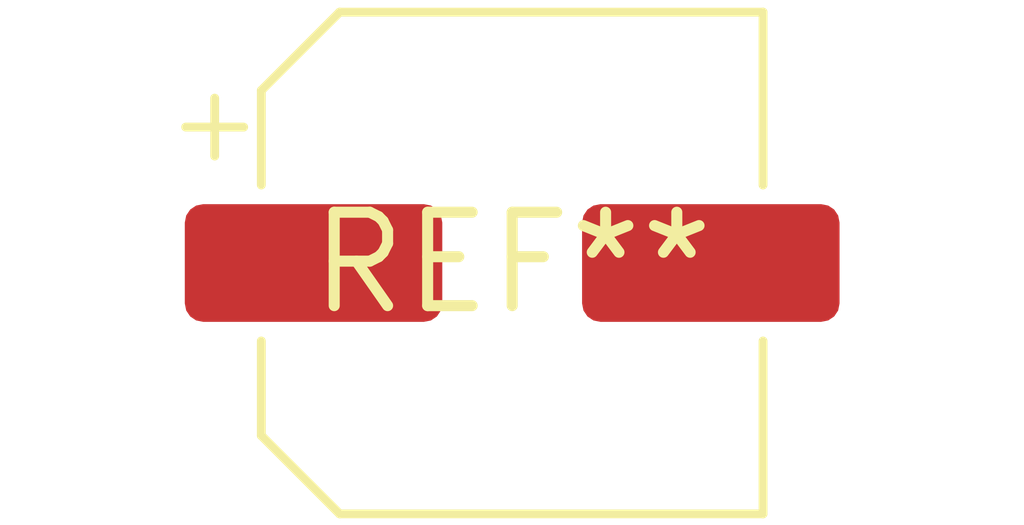
<source format=kicad_pcb>
(kicad_pcb (version 20240108) (generator pcbnew)
  (layers (0 "F.Cu" signal) (31 "B.Cu" signal) (34 "B.Paste" user) (35 "F.Paste" user) (36 "B.SilkS" user "B.Silkscreen") (37 "F.SilkS" user "F.Silkscreen") (38 "B.Mask" user) (39 "F.Mask" user) (44 "Edge.Cuts" user))
  (net 0 "")
  (footprint "CP_Elec_6.3x3" (layer "F.Cu") (at 0 0)
    (property "Reference" "REF**")
    (property "Value" "CP_Elec_6.3x3")
    (fp_line (start -4.4375 -1.8475) (end -3.65 -1.8475) (layer "F.SilkS") (stroke (width 0.12)))
    (fp_line (start -4.04375 -2.24125) (end -4.04375 -1.45375) (layer "F.SilkS") (stroke (width 0.12)))
    (fp_line (start -3.41 -2.345563) (end -3.41 -1.06) (layer "F.SilkS") (stroke (width 0.12)))
    (fp_line (start -3.41 -2.345563) (end -2.345563 -3.41) (layer "F.SilkS") (stroke (width 0.12)))
    (fp_line (start -3.41 2.345563) (end -3.41 1.06) (layer "F.SilkS") (stroke (width 0.12)))
    (fp_line (start -3.41 2.345563) (end -2.345563 3.41) (layer "F.SilkS") (stroke (width 0.12)))
    (fp_line (start -2.345563 -3.41) (end 3.41 -3.41) (layer "F.SilkS") (stroke (width 0.12)))
    (fp_line (start -2.345563 3.41) (end 3.41 3.41) (layer "F.SilkS") (stroke (width 0.12)))
    (fp_line (start 3.41 -3.41) (end 3.41 -1.06) (layer "F.SilkS") (stroke (width 0.12)))
    (fp_line (start 3.41 3.41) (end 3.41 1.06) (layer "F.SilkS") (stroke (width 0.12)))
    (pad "1" smd roundrect (at -2.7 0) (size 3.5 1.6) (layers "F.Cu" "F.Paste" "F.Mask") (roundrect_rratio 0.15625))
    (pad "2" smd roundrect (at 2.7 0) (size 3.5 1.6) (layers "F.Cu" "F.Paste" "F.Mask") (roundrect_rratio 0.15625))
  )
)
</source>
